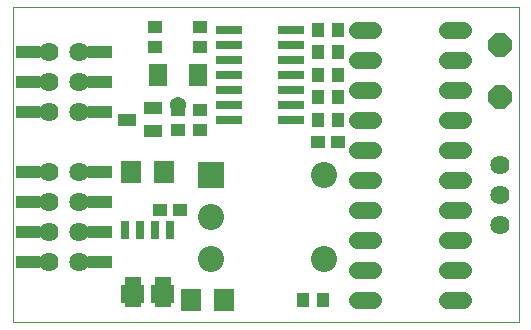
<source format=gts>
G75*
%MOIN*%
%OFA0B0*%
%FSLAX25Y25*%
%IPPOS*%
%LPD*%
%AMOC8*
5,1,8,0,0,1.08239X$1,22.5*
%
%ADD10C,0.00000*%
%ADD11R,0.06699X0.07487*%
%ADD12R,0.04731X0.04337*%
%ADD13C,0.08668*%
%ADD14R,0.08668X0.08668*%
%ADD15R,0.04337X0.04731*%
%ADD16R,0.09061X0.02762*%
%ADD17R,0.05912X0.07487*%
%ADD18R,0.05912X0.04337*%
%ADD19R,0.07900X0.04400*%
%ADD20C,0.06400*%
%ADD21R,0.02762X0.05912*%
%ADD22R,0.05400X0.10400*%
%ADD23C,0.05600*%
%ADD24C,0.05400*%
%ADD25OC8,0.08000*%
D10*
X0001500Y0021602D02*
X0001500Y0126562D01*
X0170201Y0126562D01*
X0170201Y0021602D01*
X0001500Y0021602D01*
D11*
X0060988Y0029102D03*
X0072012Y0029102D03*
X0052012Y0071602D03*
X0040988Y0071602D03*
D12*
X0050654Y0059102D03*
X0057346Y0059102D03*
X0056500Y0085755D03*
X0064000Y0085755D03*
X0064000Y0092448D03*
X0056500Y0092448D03*
X0049000Y0113255D03*
X0049000Y0119948D03*
X0064000Y0119948D03*
X0064000Y0113255D03*
X0103154Y0081602D03*
X0109846Y0081602D03*
D13*
X0105240Y0070617D03*
X0067760Y0056602D03*
X0067760Y0042586D03*
X0105240Y0042586D03*
D14*
X0067760Y0070617D03*
D15*
X0103154Y0089102D03*
X0109846Y0089102D03*
X0109846Y0096602D03*
X0103154Y0096602D03*
X0103154Y0104102D03*
X0109846Y0104102D03*
X0109846Y0111602D03*
X0103154Y0111602D03*
X0103154Y0119102D03*
X0109846Y0119102D03*
X0104846Y0029102D03*
X0098154Y0029102D03*
D16*
X0094236Y0089102D03*
X0094236Y0094102D03*
X0094236Y0099102D03*
X0094236Y0104102D03*
X0094236Y0109102D03*
X0094236Y0114102D03*
X0094236Y0119102D03*
X0073764Y0119102D03*
X0073764Y0114102D03*
X0073764Y0109102D03*
X0073764Y0104102D03*
X0073764Y0099102D03*
X0073764Y0094102D03*
X0073764Y0089102D03*
D17*
X0063193Y0104102D03*
X0049807Y0104102D03*
D18*
X0048331Y0092842D03*
X0039669Y0089102D03*
X0048331Y0085361D03*
D19*
X0030500Y0091602D03*
X0030500Y0101602D03*
X0030500Y0111602D03*
X0006500Y0111602D03*
X0006500Y0101602D03*
X0006500Y0091602D03*
X0006500Y0071602D03*
X0006500Y0061602D03*
X0006500Y0051602D03*
X0006500Y0041602D03*
X0030500Y0041602D03*
X0030500Y0051602D03*
X0030500Y0061602D03*
X0030500Y0071602D03*
D20*
X0023500Y0071602D03*
X0013500Y0071602D03*
X0013500Y0061602D03*
X0023500Y0061602D03*
X0023500Y0051602D03*
X0013500Y0051602D03*
X0013500Y0041602D03*
X0023500Y0041602D03*
X0023500Y0091602D03*
X0013500Y0091602D03*
X0013500Y0101602D03*
X0023500Y0101602D03*
X0023500Y0111602D03*
X0013500Y0111602D03*
X0164000Y0074102D03*
X0164000Y0064102D03*
X0164000Y0054102D03*
D21*
X0054000Y0052232D03*
X0049000Y0052232D03*
X0044000Y0052232D03*
X0039000Y0052232D03*
X0039000Y0030972D03*
X0044000Y0030972D03*
X0049000Y0030972D03*
X0054000Y0030972D03*
D22*
X0051500Y0031602D03*
X0041500Y0031602D03*
D23*
X0116400Y0029121D02*
X0121600Y0029121D01*
X0121600Y0039121D02*
X0116400Y0039121D01*
X0116400Y0049121D02*
X0121600Y0049121D01*
X0121600Y0059121D02*
X0116400Y0059121D01*
X0116400Y0069121D02*
X0121600Y0069121D01*
X0121600Y0079121D02*
X0116400Y0079121D01*
X0116400Y0089121D02*
X0121600Y0089121D01*
X0121600Y0099121D02*
X0116400Y0099121D01*
X0116400Y0109121D02*
X0121600Y0109121D01*
X0121600Y0119121D02*
X0116400Y0119121D01*
X0146400Y0119121D02*
X0151600Y0119121D01*
X0151600Y0109121D02*
X0146400Y0109121D01*
X0146400Y0099121D02*
X0151600Y0099121D01*
X0151600Y0089121D02*
X0146400Y0089121D01*
X0146400Y0079121D02*
X0151600Y0079121D01*
X0151600Y0069121D02*
X0146400Y0069121D01*
X0146400Y0059121D02*
X0151600Y0059121D01*
X0151600Y0049121D02*
X0146400Y0049121D01*
X0146400Y0039121D02*
X0151600Y0039121D01*
X0151600Y0029121D02*
X0146400Y0029121D01*
D24*
X0056500Y0094102D03*
D25*
X0164000Y0096602D03*
X0164000Y0114102D03*
M02*

</source>
